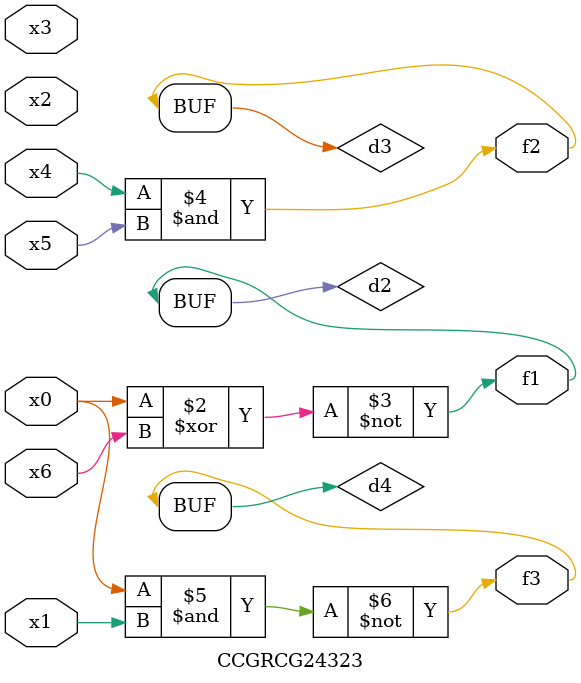
<source format=v>
module CCGRCG24323(
	input x0, x1, x2, x3, x4, x5, x6,
	output f1, f2, f3
);

	wire d1, d2, d3, d4;

	nor (d1, x0);
	xnor (d2, x0, x6);
	and (d3, x4, x5);
	nand (d4, x0, x1);
	assign f1 = d2;
	assign f2 = d3;
	assign f3 = d4;
endmodule

</source>
